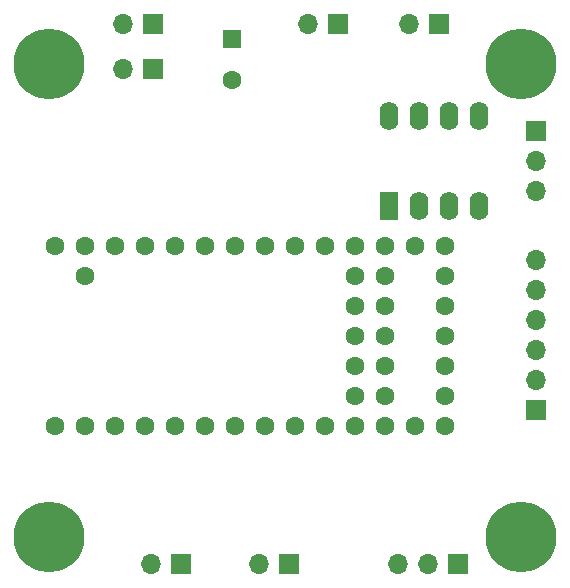
<source format=gbr>
%TF.GenerationSoftware,KiCad,Pcbnew,6.99.0-unknown-e4798199c6~148~ubuntu20.04.1*%
%TF.CreationDate,2022-06-12T18:05:56+02:00*%
%TF.ProjectId,MTRON_PCB,4d54524f-4e5f-4504-9342-2e6b69636164,rev?*%
%TF.SameCoordinates,Original*%
%TF.FileFunction,Soldermask,Bot*%
%TF.FilePolarity,Negative*%
%FSLAX46Y46*%
G04 Gerber Fmt 4.6, Leading zero omitted, Abs format (unit mm)*
G04 Created by KiCad (PCBNEW 6.99.0-unknown-e4798199c6~148~ubuntu20.04.1) date 2022-06-12 18:05:56*
%MOMM*%
%LPD*%
G01*
G04 APERTURE LIST*
%ADD10C,0.800000*%
%ADD11C,6.000000*%
%ADD12O,1.700000X1.700000*%
%ADD13R,1.700000X1.700000*%
%ADD14C,1.600000*%
%ADD15R,1.600000X1.600000*%
%ADD16O,1.600000X2.400000*%
%ADD17R,1.600000X2.400000*%
G04 APERTURE END LIST*
D10*
%TO.C,H3*%
X123250000Y-111000000D03*
X122590990Y-112590990D03*
X122590990Y-109409010D03*
X121000000Y-113250000D03*
D11*
X121000000Y-111000000D03*
D10*
X121000000Y-108750000D03*
X119409010Y-112590990D03*
X119409010Y-109409010D03*
X118750000Y-111000000D03*
%TD*%
%TO.C,H2*%
X163250000Y-111000000D03*
X162590990Y-112590990D03*
X162590990Y-109409010D03*
X161000000Y-113250000D03*
D11*
X161000000Y-111000000D03*
D10*
X161000000Y-108750000D03*
X159409010Y-112590990D03*
X159409010Y-109409010D03*
X158750000Y-111000000D03*
%TD*%
%TO.C,H4*%
X163250000Y-71000000D03*
X162590990Y-72590990D03*
X162590990Y-69409010D03*
X161000000Y-73250000D03*
D11*
X161000000Y-71000000D03*
D10*
X161000000Y-68750000D03*
X159409010Y-72590990D03*
X159409010Y-69409010D03*
X158750000Y-71000000D03*
%TD*%
%TO.C,H1*%
X123250000Y-71000000D03*
X122590990Y-72590990D03*
X122590990Y-69409010D03*
X121000000Y-73250000D03*
D11*
X121000000Y-71000000D03*
D10*
X121000000Y-68750000D03*
X119409010Y-72590990D03*
X119409010Y-69409010D03*
X118750000Y-71000000D03*
%TD*%
D12*
%TO.C,J2*%
X127234999Y-67599999D03*
D13*
X129774999Y-67599999D03*
%TD*%
D12*
%TO.C,J7*%
X162199999Y-81754999D03*
X162199999Y-79214999D03*
D13*
X162199999Y-76674999D03*
%TD*%
D14*
%TO.C,U1*%
X146940000Y-99060000D03*
X149480000Y-99060000D03*
X146940000Y-96520000D03*
X149480000Y-96520000D03*
X146940000Y-93980000D03*
X149480000Y-93980000D03*
X146940000Y-91440000D03*
X149480000Y-91440000D03*
X146940000Y-88900000D03*
X149480000Y-88900000D03*
X124080000Y-88900000D03*
X121540000Y-86360000D03*
X124080000Y-86360000D03*
X126620000Y-86360000D03*
X129160000Y-86360000D03*
X131700000Y-86360000D03*
X134240000Y-86360000D03*
X136780000Y-86360000D03*
X139320000Y-86360000D03*
X141860000Y-86360000D03*
X144400000Y-86360000D03*
X146940000Y-86360000D03*
X149480000Y-86360000D03*
X152020000Y-86360000D03*
X154560000Y-86360000D03*
X154560000Y-88900000D03*
X154560000Y-91440000D03*
X154560000Y-93980000D03*
X154560000Y-96520000D03*
X154560000Y-99060000D03*
X154560000Y-101600000D03*
X152020000Y-101600000D03*
X149480000Y-101600000D03*
X146940000Y-101600000D03*
X144400000Y-101600000D03*
X141860000Y-101600000D03*
X139320000Y-101600000D03*
X136780000Y-101600000D03*
X134240000Y-101600000D03*
X131700000Y-101600000D03*
X129160000Y-101600000D03*
X126620000Y-101600000D03*
X124080000Y-101600000D03*
X121540000Y-101600000D03*
%TD*%
D12*
%TO.C,J6*%
X138816999Y-113299999D03*
D13*
X141356999Y-113299999D03*
%TD*%
D12*
%TO.C,J5*%
X162199999Y-87549999D03*
X162199999Y-90089999D03*
X162199999Y-92629999D03*
X162199999Y-95169999D03*
X162199999Y-97709999D03*
D13*
X162199999Y-100249999D03*
%TD*%
D12*
%TO.C,J3*%
X129659999Y-113299999D03*
D13*
X132199999Y-113299999D03*
%TD*%
D12*
%TO.C,J1*%
X151511999Y-67599999D03*
D13*
X154051999Y-67599999D03*
%TD*%
D12*
%TO.C,J4*%
X142934999Y-67599999D03*
D13*
X145474999Y-67599999D03*
%TD*%
D12*
%TO.C,J8*%
X127234999Y-71399999D03*
D13*
X129774999Y-71399999D03*
%TD*%
D14*
%TO.C,C7*%
X136500000Y-72347300D03*
D15*
X136499999Y-68847299D03*
%TD*%
D12*
%TO.C,J9*%
X150544999Y-113299999D03*
X153084999Y-113299999D03*
D13*
X155624999Y-113299999D03*
%TD*%
D16*
%TO.C,U2*%
X149799999Y-75404999D03*
X152339999Y-75404999D03*
X154879999Y-75404999D03*
X157419999Y-75404999D03*
X157419999Y-83024999D03*
X154879999Y-83024999D03*
X152339999Y-83024999D03*
D17*
X149799999Y-83024999D03*
%TD*%
M02*

</source>
